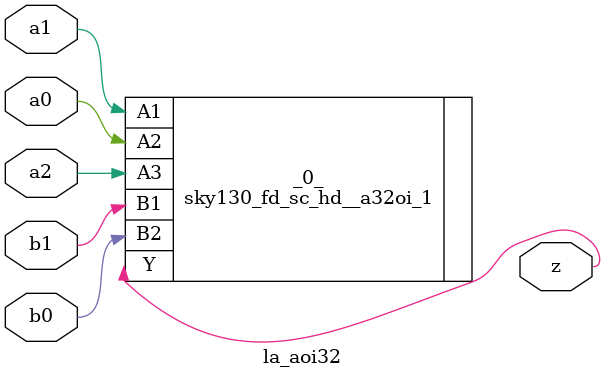
<source format=v>
/* Generated by Yosys 0.37 (git sha1 a5c7f69ed, clang 14.0.0-1ubuntu1.1 -fPIC -Os) */

module la_aoi32(a0, a1, a2, b0, b1, z);
  input a0;
  wire a0;
  input a1;
  wire a1;
  input a2;
  wire a2;
  input b0;
  wire b0;
  input b1;
  wire b1;
  output z;
  wire z;
  sky130_fd_sc_hd__a32oi_1 _0_ (
    .A1(a1),
    .A2(a0),
    .A3(a2),
    .B1(b1),
    .B2(b0),
    .Y(z)
  );
endmodule

</source>
